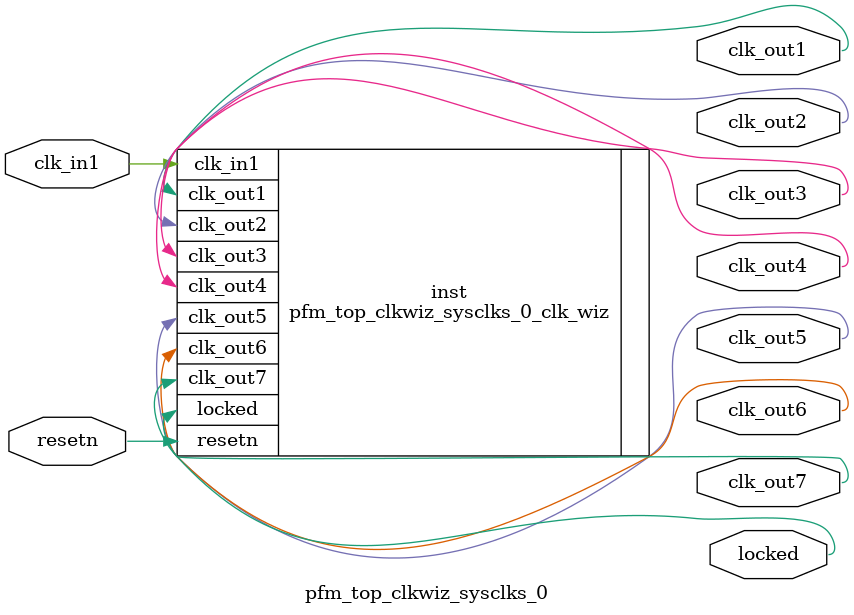
<source format=v>


`timescale 1ps/1ps

(* CORE_GENERATION_INFO = "pfm_top_clkwiz_sysclks_0,clk_wiz_v6_0_5_0_0,{component_name=pfm_top_clkwiz_sysclks_0,use_phase_alignment=false,use_min_o_jitter=false,use_max_i_jitter=false,use_dyn_phase_shift=false,use_inclk_switchover=false,use_dyn_reconfig=false,enable_axi=0,feedback_source=FDBK_AUTO,PRIMITIVE=MMCM,num_out_clk=7,clkin1_period=20.000,clkin2_period=10.0,use_power_down=false,use_reset=true,use_locked=true,use_inclk_stopped=false,feedback_type=SINGLE,CLOCK_MGR_TYPE=NA,manual_override=false}" *)

module pfm_top_clkwiz_sysclks_0 
 (
  // Clock out ports
  output        clk_out1,
  output        clk_out2,
  output        clk_out3,
  output        clk_out4,
  output        clk_out5,
  output        clk_out6,
  output        clk_out7,
  // Status and control signals
  input         resetn,
  output        locked,
 // Clock in ports
  input         clk_in1
 );

  pfm_top_clkwiz_sysclks_0_clk_wiz inst
  (
  // Clock out ports  
  .clk_out1(clk_out1),
  .clk_out2(clk_out2),
  .clk_out3(clk_out3),
  .clk_out4(clk_out4),
  .clk_out5(clk_out5),
  .clk_out6(clk_out6),
  .clk_out7(clk_out7),
  // Status and control signals               
  .resetn(resetn), 
  .locked(locked),
 // Clock in ports
  .clk_in1(clk_in1)
  );

endmodule

</source>
